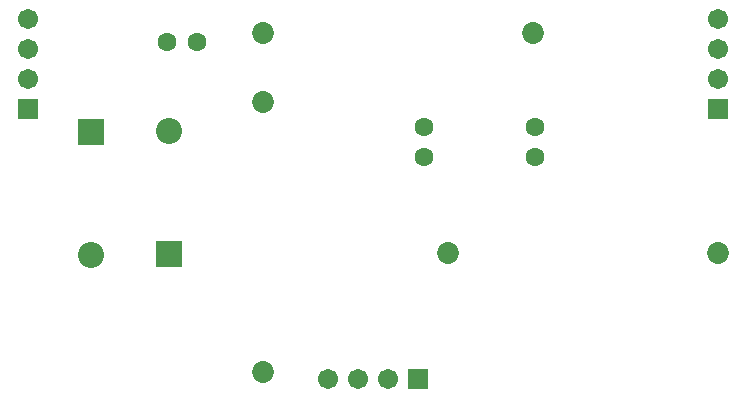
<source format=gbs>
G04*
G04 #@! TF.GenerationSoftware,Altium Limited,Altium Designer,22.2.1 (43)*
G04*
G04 Layer_Color=16711935*
%FSLAX25Y25*%
%MOIN*%
G70*
G04*
G04 #@! TF.SameCoordinates,ABC598D3-5A79-416D-B659-D6E934405FF7*
G04*
G04*
G04 #@! TF.FilePolarity,Negative*
G04*
G01*
G75*
%ADD13C,0.07296*%
%ADD14C,0.08674*%
%ADD15R,0.08674X0.08674*%
%ADD16C,0.06312*%
%ADD17C,0.06706*%
%ADD18R,0.06706X0.06706*%
%ADD19R,0.06706X0.06706*%
D13*
X240000Y52000D02*
D03*
X150000D02*
D03*
X88500Y125500D02*
D03*
X178500D02*
D03*
X88500Y12500D02*
D03*
Y102500D02*
D03*
D14*
X57063Y92934D02*
D03*
X31000Y51410D02*
D03*
D15*
X57063Y51753D02*
D03*
X31000Y92590D02*
D03*
D16*
X179000Y84000D02*
D03*
Y94000D02*
D03*
X142000Y84000D02*
D03*
Y94000D02*
D03*
X56500Y122500D02*
D03*
X66500D02*
D03*
D17*
X240000Y130000D02*
D03*
Y120000D02*
D03*
Y110000D02*
D03*
X10000Y130000D02*
D03*
Y120000D02*
D03*
Y110000D02*
D03*
X110000Y10000D02*
D03*
X120000D02*
D03*
X130000D02*
D03*
D18*
X240000Y100000D02*
D03*
X10000D02*
D03*
D19*
X140000Y10000D02*
D03*
M02*

</source>
